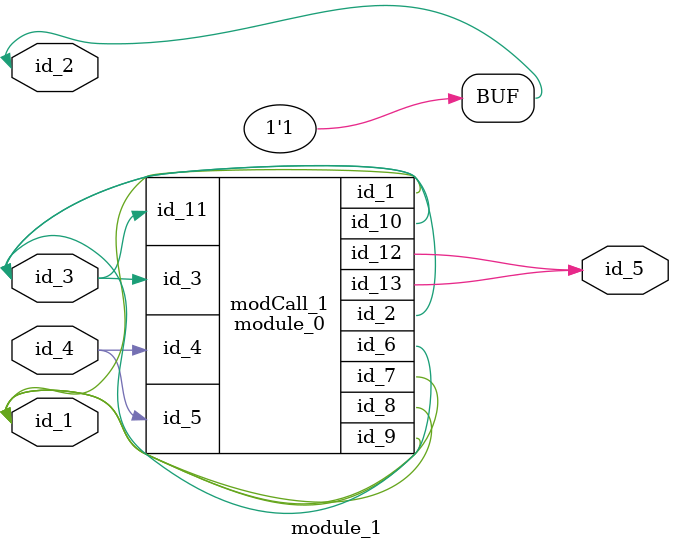
<source format=v>
module module_0 (
    id_1,
    id_2,
    id_3,
    id_4,
    id_5,
    id_6,
    id_7,
    id_8,
    id_9,
    id_10,
    id_11,
    id_12,
    id_13
);
  output wire id_13;
  output wire id_12;
  input wire id_11;
  inout wire id_10;
  output wire id_9;
  inout wire id_8;
  output wire id_7;
  inout wire id_6;
  input wire id_5;
  input wire id_4;
  input wire id_3;
  inout wire id_2;
  output wire id_1;
  assign id_1 = 1'b0;
endmodule
module module_1 (
    id_1,
    id_2,
    id_3,
    id_4,
    id_5
);
  output wire id_5;
  input wire id_4;
  inout wire id_3;
  inout wire id_2;
  inout wire id_1;
  initial id_2 <= 1;
  module_0 modCall_1 (
      id_1,
      id_3,
      id_3,
      id_4,
      id_4,
      id_3,
      id_1,
      id_1,
      id_1,
      id_3,
      id_3,
      id_5,
      id_5
  );
endmodule

</source>
